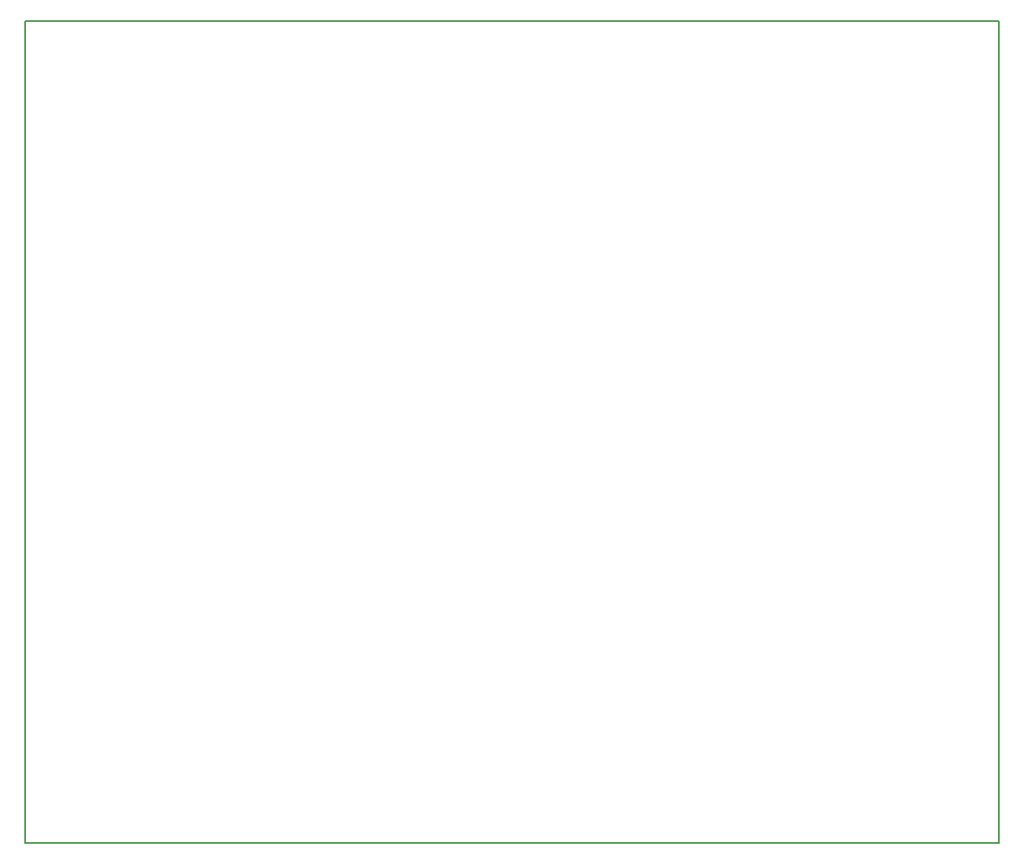
<source format=gbr>
G04 #@! TF.FileFunction,Profile,NP*
%FSLAX46Y46*%
G04 Gerber Fmt 4.6, Leading zero omitted, Abs format (unit mm)*
G04 Created by KiCad (PCBNEW 4.0.7-e2-6376~58~ubuntu16.04.1) date Tue Dec 12 15:57:28 2017*
%MOMM*%
%LPD*%
G01*
G04 APERTURE LIST*
%ADD10C,0.100000*%
%ADD11C,0.150000*%
G04 APERTURE END LIST*
D10*
D11*
X88600000Y-129500000D02*
X88600000Y-43600000D01*
X190400000Y-129500000D02*
X88600000Y-129500000D01*
X190400000Y-43600000D02*
X190400000Y-129500000D01*
X88600000Y-43600000D02*
X190400000Y-43600000D01*
M02*

</source>
